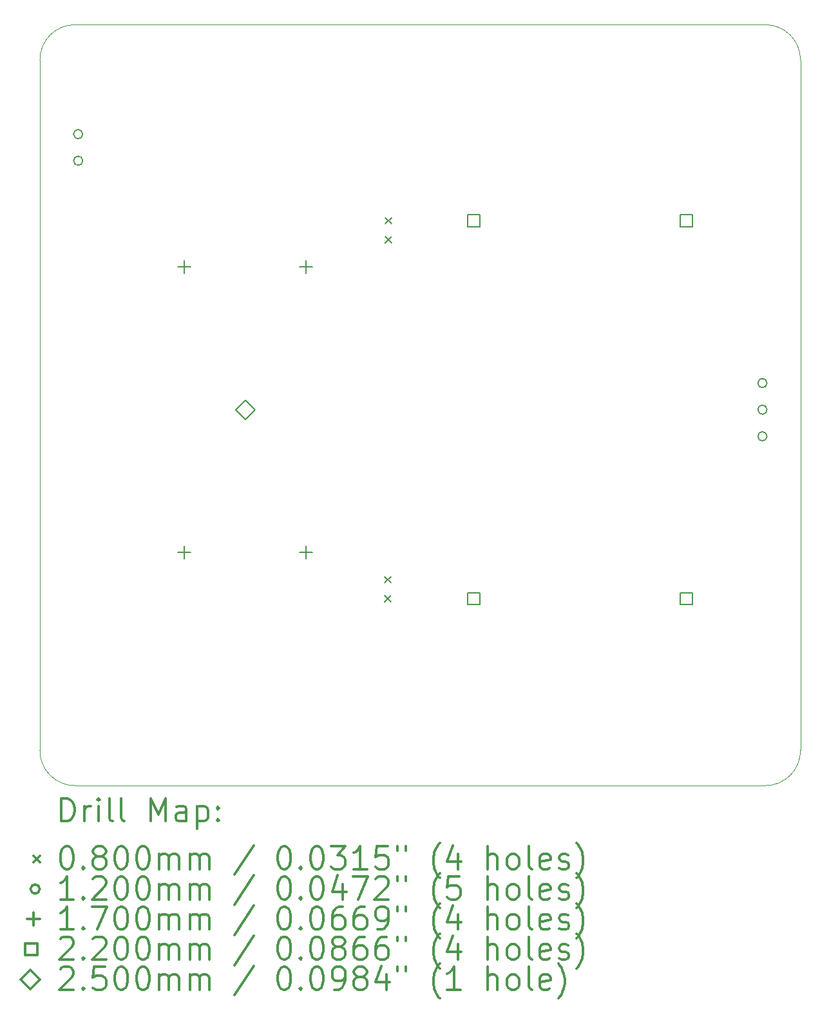
<source format=gbr>
%FSLAX45Y45*%
G04 Gerber Fmt 4.5, Leading zero omitted, Abs format (unit mm)*
G04 Created by KiCad (PCBNEW (5.1.10-1-10_14)) date 2021-09-10 00:03:38*
%MOMM*%
%LPD*%
G01*
G04 APERTURE LIST*
%TA.AperFunction,Profile*%
%ADD10C,0.050000*%
%TD*%
%ADD11C,0.200000*%
%ADD12C,0.300000*%
G04 APERTURE END LIST*
D10*
X20154900Y-14770100D02*
G75*
G02*
X19692620Y-15232380I-462280J0D01*
G01*
X10619740Y-15232380D02*
G75*
G02*
X10157460Y-14770100I0J462280D01*
G01*
X10157460Y-5697220D02*
G75*
G02*
X10619740Y-5234940I462280J0D01*
G01*
X19692620Y-5234940D02*
G75*
G02*
X20154900Y-5697220I0J-462280D01*
G01*
X10619740Y-15232380D02*
X19692620Y-15232380D01*
X10157460Y-5697220D02*
X10157460Y-14770100D01*
X19692620Y-5234940D02*
X10619740Y-5234940D01*
X20154900Y-14770100D02*
X20154900Y-5697220D01*
D11*
X14692000Y-12486200D02*
X14772000Y-12566200D01*
X14772000Y-12486200D02*
X14692000Y-12566200D01*
X14692000Y-12736200D02*
X14772000Y-12816200D01*
X14772000Y-12736200D02*
X14692000Y-12816200D01*
X14697080Y-7770500D02*
X14777080Y-7850500D01*
X14777080Y-7770500D02*
X14697080Y-7850500D01*
X14697080Y-8020500D02*
X14777080Y-8100500D01*
X14777080Y-8020500D02*
X14697080Y-8100500D01*
X10720380Y-6672580D02*
G75*
G03*
X10720380Y-6672580I-60000J0D01*
G01*
X10720380Y-7022580D02*
G75*
G03*
X10720380Y-7022580I-60000J0D01*
G01*
X19714520Y-9943350D02*
G75*
G03*
X19714520Y-9943350I-60000J0D01*
G01*
X19714520Y-10293350D02*
G75*
G03*
X19714520Y-10293350I-60000J0D01*
G01*
X19714520Y-10643350D02*
G75*
G03*
X19714520Y-10643350I-60000J0D01*
G01*
X12057480Y-8333350D02*
X12057480Y-8503350D01*
X11972480Y-8418350D02*
X12142480Y-8418350D01*
X12057480Y-12083350D02*
X12057480Y-12253350D01*
X11972480Y-12168350D02*
X12142480Y-12168350D01*
X13657480Y-8333350D02*
X13657480Y-8503350D01*
X13572480Y-8418350D02*
X13742480Y-8418350D01*
X13657480Y-12083350D02*
X13657480Y-12253350D01*
X13572480Y-12168350D02*
X13742480Y-12168350D01*
X15937542Y-7888282D02*
X15937542Y-7732717D01*
X15781977Y-7732717D01*
X15781977Y-7888282D01*
X15937542Y-7888282D01*
X15937542Y-12853982D02*
X15937542Y-12698417D01*
X15781977Y-12698417D01*
X15781977Y-12853982D01*
X15937542Y-12853982D01*
X18731543Y-7888282D02*
X18731543Y-7732717D01*
X18575978Y-7732717D01*
X18575978Y-7888282D01*
X18731543Y-7888282D01*
X18731543Y-12853982D02*
X18731543Y-12698417D01*
X18575978Y-12698417D01*
X18575978Y-12853982D01*
X18731543Y-12853982D01*
X12857480Y-10418350D02*
X12982480Y-10293350D01*
X12857480Y-10168350D01*
X12732480Y-10293350D01*
X12857480Y-10418350D01*
D12*
X10441388Y-15700594D02*
X10441388Y-15400594D01*
X10512817Y-15400594D01*
X10555674Y-15414880D01*
X10584246Y-15443451D01*
X10598531Y-15472023D01*
X10612817Y-15529166D01*
X10612817Y-15572023D01*
X10598531Y-15629166D01*
X10584246Y-15657737D01*
X10555674Y-15686309D01*
X10512817Y-15700594D01*
X10441388Y-15700594D01*
X10741388Y-15700594D02*
X10741388Y-15500594D01*
X10741388Y-15557737D02*
X10755674Y-15529166D01*
X10769960Y-15514880D01*
X10798531Y-15500594D01*
X10827103Y-15500594D01*
X10927103Y-15700594D02*
X10927103Y-15500594D01*
X10927103Y-15400594D02*
X10912817Y-15414880D01*
X10927103Y-15429166D01*
X10941388Y-15414880D01*
X10927103Y-15400594D01*
X10927103Y-15429166D01*
X11112817Y-15700594D02*
X11084246Y-15686309D01*
X11069960Y-15657737D01*
X11069960Y-15400594D01*
X11269960Y-15700594D02*
X11241388Y-15686309D01*
X11227103Y-15657737D01*
X11227103Y-15400594D01*
X11612817Y-15700594D02*
X11612817Y-15400594D01*
X11712817Y-15614880D01*
X11812817Y-15400594D01*
X11812817Y-15700594D01*
X12084246Y-15700594D02*
X12084246Y-15543451D01*
X12069960Y-15514880D01*
X12041388Y-15500594D01*
X11984246Y-15500594D01*
X11955674Y-15514880D01*
X12084246Y-15686309D02*
X12055674Y-15700594D01*
X11984246Y-15700594D01*
X11955674Y-15686309D01*
X11941388Y-15657737D01*
X11941388Y-15629166D01*
X11955674Y-15600594D01*
X11984246Y-15586309D01*
X12055674Y-15586309D01*
X12084246Y-15572023D01*
X12227103Y-15500594D02*
X12227103Y-15800594D01*
X12227103Y-15514880D02*
X12255674Y-15500594D01*
X12312817Y-15500594D01*
X12341388Y-15514880D01*
X12355674Y-15529166D01*
X12369960Y-15557737D01*
X12369960Y-15643451D01*
X12355674Y-15672023D01*
X12341388Y-15686309D01*
X12312817Y-15700594D01*
X12255674Y-15700594D01*
X12227103Y-15686309D01*
X12498531Y-15672023D02*
X12512817Y-15686309D01*
X12498531Y-15700594D01*
X12484246Y-15686309D01*
X12498531Y-15672023D01*
X12498531Y-15700594D01*
X12498531Y-15514880D02*
X12512817Y-15529166D01*
X12498531Y-15543451D01*
X12484246Y-15529166D01*
X12498531Y-15514880D01*
X12498531Y-15543451D01*
X10074960Y-16154880D02*
X10154960Y-16234880D01*
X10154960Y-16154880D02*
X10074960Y-16234880D01*
X10498531Y-16030594D02*
X10527103Y-16030594D01*
X10555674Y-16044880D01*
X10569960Y-16059166D01*
X10584246Y-16087737D01*
X10598531Y-16144880D01*
X10598531Y-16216309D01*
X10584246Y-16273451D01*
X10569960Y-16302023D01*
X10555674Y-16316309D01*
X10527103Y-16330594D01*
X10498531Y-16330594D01*
X10469960Y-16316309D01*
X10455674Y-16302023D01*
X10441388Y-16273451D01*
X10427103Y-16216309D01*
X10427103Y-16144880D01*
X10441388Y-16087737D01*
X10455674Y-16059166D01*
X10469960Y-16044880D01*
X10498531Y-16030594D01*
X10727103Y-16302023D02*
X10741388Y-16316309D01*
X10727103Y-16330594D01*
X10712817Y-16316309D01*
X10727103Y-16302023D01*
X10727103Y-16330594D01*
X10912817Y-16159166D02*
X10884246Y-16144880D01*
X10869960Y-16130594D01*
X10855674Y-16102023D01*
X10855674Y-16087737D01*
X10869960Y-16059166D01*
X10884246Y-16044880D01*
X10912817Y-16030594D01*
X10969960Y-16030594D01*
X10998531Y-16044880D01*
X11012817Y-16059166D01*
X11027103Y-16087737D01*
X11027103Y-16102023D01*
X11012817Y-16130594D01*
X10998531Y-16144880D01*
X10969960Y-16159166D01*
X10912817Y-16159166D01*
X10884246Y-16173451D01*
X10869960Y-16187737D01*
X10855674Y-16216309D01*
X10855674Y-16273451D01*
X10869960Y-16302023D01*
X10884246Y-16316309D01*
X10912817Y-16330594D01*
X10969960Y-16330594D01*
X10998531Y-16316309D01*
X11012817Y-16302023D01*
X11027103Y-16273451D01*
X11027103Y-16216309D01*
X11012817Y-16187737D01*
X10998531Y-16173451D01*
X10969960Y-16159166D01*
X11212817Y-16030594D02*
X11241388Y-16030594D01*
X11269960Y-16044880D01*
X11284246Y-16059166D01*
X11298531Y-16087737D01*
X11312817Y-16144880D01*
X11312817Y-16216309D01*
X11298531Y-16273451D01*
X11284246Y-16302023D01*
X11269960Y-16316309D01*
X11241388Y-16330594D01*
X11212817Y-16330594D01*
X11184246Y-16316309D01*
X11169960Y-16302023D01*
X11155674Y-16273451D01*
X11141388Y-16216309D01*
X11141388Y-16144880D01*
X11155674Y-16087737D01*
X11169960Y-16059166D01*
X11184246Y-16044880D01*
X11212817Y-16030594D01*
X11498531Y-16030594D02*
X11527103Y-16030594D01*
X11555674Y-16044880D01*
X11569960Y-16059166D01*
X11584246Y-16087737D01*
X11598531Y-16144880D01*
X11598531Y-16216309D01*
X11584246Y-16273451D01*
X11569960Y-16302023D01*
X11555674Y-16316309D01*
X11527103Y-16330594D01*
X11498531Y-16330594D01*
X11469960Y-16316309D01*
X11455674Y-16302023D01*
X11441388Y-16273451D01*
X11427103Y-16216309D01*
X11427103Y-16144880D01*
X11441388Y-16087737D01*
X11455674Y-16059166D01*
X11469960Y-16044880D01*
X11498531Y-16030594D01*
X11727103Y-16330594D02*
X11727103Y-16130594D01*
X11727103Y-16159166D02*
X11741388Y-16144880D01*
X11769960Y-16130594D01*
X11812817Y-16130594D01*
X11841388Y-16144880D01*
X11855674Y-16173451D01*
X11855674Y-16330594D01*
X11855674Y-16173451D02*
X11869960Y-16144880D01*
X11898531Y-16130594D01*
X11941388Y-16130594D01*
X11969960Y-16144880D01*
X11984246Y-16173451D01*
X11984246Y-16330594D01*
X12127103Y-16330594D02*
X12127103Y-16130594D01*
X12127103Y-16159166D02*
X12141388Y-16144880D01*
X12169960Y-16130594D01*
X12212817Y-16130594D01*
X12241388Y-16144880D01*
X12255674Y-16173451D01*
X12255674Y-16330594D01*
X12255674Y-16173451D02*
X12269960Y-16144880D01*
X12298531Y-16130594D01*
X12341388Y-16130594D01*
X12369960Y-16144880D01*
X12384246Y-16173451D01*
X12384246Y-16330594D01*
X12969960Y-16016309D02*
X12712817Y-16402023D01*
X13355674Y-16030594D02*
X13384246Y-16030594D01*
X13412817Y-16044880D01*
X13427103Y-16059166D01*
X13441388Y-16087737D01*
X13455674Y-16144880D01*
X13455674Y-16216309D01*
X13441388Y-16273451D01*
X13427103Y-16302023D01*
X13412817Y-16316309D01*
X13384246Y-16330594D01*
X13355674Y-16330594D01*
X13327103Y-16316309D01*
X13312817Y-16302023D01*
X13298531Y-16273451D01*
X13284246Y-16216309D01*
X13284246Y-16144880D01*
X13298531Y-16087737D01*
X13312817Y-16059166D01*
X13327103Y-16044880D01*
X13355674Y-16030594D01*
X13584246Y-16302023D02*
X13598531Y-16316309D01*
X13584246Y-16330594D01*
X13569960Y-16316309D01*
X13584246Y-16302023D01*
X13584246Y-16330594D01*
X13784246Y-16030594D02*
X13812817Y-16030594D01*
X13841388Y-16044880D01*
X13855674Y-16059166D01*
X13869960Y-16087737D01*
X13884246Y-16144880D01*
X13884246Y-16216309D01*
X13869960Y-16273451D01*
X13855674Y-16302023D01*
X13841388Y-16316309D01*
X13812817Y-16330594D01*
X13784246Y-16330594D01*
X13755674Y-16316309D01*
X13741388Y-16302023D01*
X13727103Y-16273451D01*
X13712817Y-16216309D01*
X13712817Y-16144880D01*
X13727103Y-16087737D01*
X13741388Y-16059166D01*
X13755674Y-16044880D01*
X13784246Y-16030594D01*
X13984246Y-16030594D02*
X14169960Y-16030594D01*
X14069960Y-16144880D01*
X14112817Y-16144880D01*
X14141388Y-16159166D01*
X14155674Y-16173451D01*
X14169960Y-16202023D01*
X14169960Y-16273451D01*
X14155674Y-16302023D01*
X14141388Y-16316309D01*
X14112817Y-16330594D01*
X14027103Y-16330594D01*
X13998531Y-16316309D01*
X13984246Y-16302023D01*
X14455674Y-16330594D02*
X14284246Y-16330594D01*
X14369960Y-16330594D02*
X14369960Y-16030594D01*
X14341388Y-16073451D01*
X14312817Y-16102023D01*
X14284246Y-16116309D01*
X14727103Y-16030594D02*
X14584246Y-16030594D01*
X14569960Y-16173451D01*
X14584246Y-16159166D01*
X14612817Y-16144880D01*
X14684246Y-16144880D01*
X14712817Y-16159166D01*
X14727103Y-16173451D01*
X14741388Y-16202023D01*
X14741388Y-16273451D01*
X14727103Y-16302023D01*
X14712817Y-16316309D01*
X14684246Y-16330594D01*
X14612817Y-16330594D01*
X14584246Y-16316309D01*
X14569960Y-16302023D01*
X14855674Y-16030594D02*
X14855674Y-16087737D01*
X14969960Y-16030594D02*
X14969960Y-16087737D01*
X15412817Y-16444880D02*
X15398531Y-16430594D01*
X15369960Y-16387737D01*
X15355674Y-16359166D01*
X15341388Y-16316309D01*
X15327103Y-16244880D01*
X15327103Y-16187737D01*
X15341388Y-16116309D01*
X15355674Y-16073451D01*
X15369960Y-16044880D01*
X15398531Y-16002023D01*
X15412817Y-15987737D01*
X15655674Y-16130594D02*
X15655674Y-16330594D01*
X15584246Y-16016309D02*
X15512817Y-16230594D01*
X15698531Y-16230594D01*
X16041388Y-16330594D02*
X16041388Y-16030594D01*
X16169960Y-16330594D02*
X16169960Y-16173451D01*
X16155674Y-16144880D01*
X16127103Y-16130594D01*
X16084246Y-16130594D01*
X16055674Y-16144880D01*
X16041388Y-16159166D01*
X16355674Y-16330594D02*
X16327103Y-16316309D01*
X16312817Y-16302023D01*
X16298531Y-16273451D01*
X16298531Y-16187737D01*
X16312817Y-16159166D01*
X16327103Y-16144880D01*
X16355674Y-16130594D01*
X16398531Y-16130594D01*
X16427103Y-16144880D01*
X16441388Y-16159166D01*
X16455674Y-16187737D01*
X16455674Y-16273451D01*
X16441388Y-16302023D01*
X16427103Y-16316309D01*
X16398531Y-16330594D01*
X16355674Y-16330594D01*
X16627103Y-16330594D02*
X16598531Y-16316309D01*
X16584246Y-16287737D01*
X16584246Y-16030594D01*
X16855674Y-16316309D02*
X16827103Y-16330594D01*
X16769960Y-16330594D01*
X16741388Y-16316309D01*
X16727103Y-16287737D01*
X16727103Y-16173451D01*
X16741388Y-16144880D01*
X16769960Y-16130594D01*
X16827103Y-16130594D01*
X16855674Y-16144880D01*
X16869960Y-16173451D01*
X16869960Y-16202023D01*
X16727103Y-16230594D01*
X16984246Y-16316309D02*
X17012817Y-16330594D01*
X17069960Y-16330594D01*
X17098531Y-16316309D01*
X17112817Y-16287737D01*
X17112817Y-16273451D01*
X17098531Y-16244880D01*
X17069960Y-16230594D01*
X17027103Y-16230594D01*
X16998531Y-16216309D01*
X16984246Y-16187737D01*
X16984246Y-16173451D01*
X16998531Y-16144880D01*
X17027103Y-16130594D01*
X17069960Y-16130594D01*
X17098531Y-16144880D01*
X17212817Y-16444880D02*
X17227103Y-16430594D01*
X17255674Y-16387737D01*
X17269960Y-16359166D01*
X17284246Y-16316309D01*
X17298531Y-16244880D01*
X17298531Y-16187737D01*
X17284246Y-16116309D01*
X17269960Y-16073451D01*
X17255674Y-16044880D01*
X17227103Y-16002023D01*
X17212817Y-15987737D01*
X10154960Y-16590880D02*
G75*
G03*
X10154960Y-16590880I-60000J0D01*
G01*
X10598531Y-16726594D02*
X10427103Y-16726594D01*
X10512817Y-16726594D02*
X10512817Y-16426594D01*
X10484246Y-16469451D01*
X10455674Y-16498023D01*
X10427103Y-16512309D01*
X10727103Y-16698023D02*
X10741388Y-16712309D01*
X10727103Y-16726594D01*
X10712817Y-16712309D01*
X10727103Y-16698023D01*
X10727103Y-16726594D01*
X10855674Y-16455166D02*
X10869960Y-16440880D01*
X10898531Y-16426594D01*
X10969960Y-16426594D01*
X10998531Y-16440880D01*
X11012817Y-16455166D01*
X11027103Y-16483737D01*
X11027103Y-16512309D01*
X11012817Y-16555166D01*
X10841388Y-16726594D01*
X11027103Y-16726594D01*
X11212817Y-16426594D02*
X11241388Y-16426594D01*
X11269960Y-16440880D01*
X11284246Y-16455166D01*
X11298531Y-16483737D01*
X11312817Y-16540880D01*
X11312817Y-16612309D01*
X11298531Y-16669451D01*
X11284246Y-16698023D01*
X11269960Y-16712309D01*
X11241388Y-16726594D01*
X11212817Y-16726594D01*
X11184246Y-16712309D01*
X11169960Y-16698023D01*
X11155674Y-16669451D01*
X11141388Y-16612309D01*
X11141388Y-16540880D01*
X11155674Y-16483737D01*
X11169960Y-16455166D01*
X11184246Y-16440880D01*
X11212817Y-16426594D01*
X11498531Y-16426594D02*
X11527103Y-16426594D01*
X11555674Y-16440880D01*
X11569960Y-16455166D01*
X11584246Y-16483737D01*
X11598531Y-16540880D01*
X11598531Y-16612309D01*
X11584246Y-16669451D01*
X11569960Y-16698023D01*
X11555674Y-16712309D01*
X11527103Y-16726594D01*
X11498531Y-16726594D01*
X11469960Y-16712309D01*
X11455674Y-16698023D01*
X11441388Y-16669451D01*
X11427103Y-16612309D01*
X11427103Y-16540880D01*
X11441388Y-16483737D01*
X11455674Y-16455166D01*
X11469960Y-16440880D01*
X11498531Y-16426594D01*
X11727103Y-16726594D02*
X11727103Y-16526594D01*
X11727103Y-16555166D02*
X11741388Y-16540880D01*
X11769960Y-16526594D01*
X11812817Y-16526594D01*
X11841388Y-16540880D01*
X11855674Y-16569451D01*
X11855674Y-16726594D01*
X11855674Y-16569451D02*
X11869960Y-16540880D01*
X11898531Y-16526594D01*
X11941388Y-16526594D01*
X11969960Y-16540880D01*
X11984246Y-16569451D01*
X11984246Y-16726594D01*
X12127103Y-16726594D02*
X12127103Y-16526594D01*
X12127103Y-16555166D02*
X12141388Y-16540880D01*
X12169960Y-16526594D01*
X12212817Y-16526594D01*
X12241388Y-16540880D01*
X12255674Y-16569451D01*
X12255674Y-16726594D01*
X12255674Y-16569451D02*
X12269960Y-16540880D01*
X12298531Y-16526594D01*
X12341388Y-16526594D01*
X12369960Y-16540880D01*
X12384246Y-16569451D01*
X12384246Y-16726594D01*
X12969960Y-16412309D02*
X12712817Y-16798023D01*
X13355674Y-16426594D02*
X13384246Y-16426594D01*
X13412817Y-16440880D01*
X13427103Y-16455166D01*
X13441388Y-16483737D01*
X13455674Y-16540880D01*
X13455674Y-16612309D01*
X13441388Y-16669451D01*
X13427103Y-16698023D01*
X13412817Y-16712309D01*
X13384246Y-16726594D01*
X13355674Y-16726594D01*
X13327103Y-16712309D01*
X13312817Y-16698023D01*
X13298531Y-16669451D01*
X13284246Y-16612309D01*
X13284246Y-16540880D01*
X13298531Y-16483737D01*
X13312817Y-16455166D01*
X13327103Y-16440880D01*
X13355674Y-16426594D01*
X13584246Y-16698023D02*
X13598531Y-16712309D01*
X13584246Y-16726594D01*
X13569960Y-16712309D01*
X13584246Y-16698023D01*
X13584246Y-16726594D01*
X13784246Y-16426594D02*
X13812817Y-16426594D01*
X13841388Y-16440880D01*
X13855674Y-16455166D01*
X13869960Y-16483737D01*
X13884246Y-16540880D01*
X13884246Y-16612309D01*
X13869960Y-16669451D01*
X13855674Y-16698023D01*
X13841388Y-16712309D01*
X13812817Y-16726594D01*
X13784246Y-16726594D01*
X13755674Y-16712309D01*
X13741388Y-16698023D01*
X13727103Y-16669451D01*
X13712817Y-16612309D01*
X13712817Y-16540880D01*
X13727103Y-16483737D01*
X13741388Y-16455166D01*
X13755674Y-16440880D01*
X13784246Y-16426594D01*
X14141388Y-16526594D02*
X14141388Y-16726594D01*
X14069960Y-16412309D02*
X13998531Y-16626594D01*
X14184246Y-16626594D01*
X14269960Y-16426594D02*
X14469960Y-16426594D01*
X14341388Y-16726594D01*
X14569960Y-16455166D02*
X14584246Y-16440880D01*
X14612817Y-16426594D01*
X14684246Y-16426594D01*
X14712817Y-16440880D01*
X14727103Y-16455166D01*
X14741388Y-16483737D01*
X14741388Y-16512309D01*
X14727103Y-16555166D01*
X14555674Y-16726594D01*
X14741388Y-16726594D01*
X14855674Y-16426594D02*
X14855674Y-16483737D01*
X14969960Y-16426594D02*
X14969960Y-16483737D01*
X15412817Y-16840880D02*
X15398531Y-16826594D01*
X15369960Y-16783737D01*
X15355674Y-16755166D01*
X15341388Y-16712309D01*
X15327103Y-16640880D01*
X15327103Y-16583737D01*
X15341388Y-16512309D01*
X15355674Y-16469451D01*
X15369960Y-16440880D01*
X15398531Y-16398023D01*
X15412817Y-16383737D01*
X15669960Y-16426594D02*
X15527103Y-16426594D01*
X15512817Y-16569451D01*
X15527103Y-16555166D01*
X15555674Y-16540880D01*
X15627103Y-16540880D01*
X15655674Y-16555166D01*
X15669960Y-16569451D01*
X15684246Y-16598023D01*
X15684246Y-16669451D01*
X15669960Y-16698023D01*
X15655674Y-16712309D01*
X15627103Y-16726594D01*
X15555674Y-16726594D01*
X15527103Y-16712309D01*
X15512817Y-16698023D01*
X16041388Y-16726594D02*
X16041388Y-16426594D01*
X16169960Y-16726594D02*
X16169960Y-16569451D01*
X16155674Y-16540880D01*
X16127103Y-16526594D01*
X16084246Y-16526594D01*
X16055674Y-16540880D01*
X16041388Y-16555166D01*
X16355674Y-16726594D02*
X16327103Y-16712309D01*
X16312817Y-16698023D01*
X16298531Y-16669451D01*
X16298531Y-16583737D01*
X16312817Y-16555166D01*
X16327103Y-16540880D01*
X16355674Y-16526594D01*
X16398531Y-16526594D01*
X16427103Y-16540880D01*
X16441388Y-16555166D01*
X16455674Y-16583737D01*
X16455674Y-16669451D01*
X16441388Y-16698023D01*
X16427103Y-16712309D01*
X16398531Y-16726594D01*
X16355674Y-16726594D01*
X16627103Y-16726594D02*
X16598531Y-16712309D01*
X16584246Y-16683737D01*
X16584246Y-16426594D01*
X16855674Y-16712309D02*
X16827103Y-16726594D01*
X16769960Y-16726594D01*
X16741388Y-16712309D01*
X16727103Y-16683737D01*
X16727103Y-16569451D01*
X16741388Y-16540880D01*
X16769960Y-16526594D01*
X16827103Y-16526594D01*
X16855674Y-16540880D01*
X16869960Y-16569451D01*
X16869960Y-16598023D01*
X16727103Y-16626594D01*
X16984246Y-16712309D02*
X17012817Y-16726594D01*
X17069960Y-16726594D01*
X17098531Y-16712309D01*
X17112817Y-16683737D01*
X17112817Y-16669451D01*
X17098531Y-16640880D01*
X17069960Y-16626594D01*
X17027103Y-16626594D01*
X16998531Y-16612309D01*
X16984246Y-16583737D01*
X16984246Y-16569451D01*
X16998531Y-16540880D01*
X17027103Y-16526594D01*
X17069960Y-16526594D01*
X17098531Y-16540880D01*
X17212817Y-16840880D02*
X17227103Y-16826594D01*
X17255674Y-16783737D01*
X17269960Y-16755166D01*
X17284246Y-16712309D01*
X17298531Y-16640880D01*
X17298531Y-16583737D01*
X17284246Y-16512309D01*
X17269960Y-16469451D01*
X17255674Y-16440880D01*
X17227103Y-16398023D01*
X17212817Y-16383737D01*
X10069960Y-16901880D02*
X10069960Y-17071880D01*
X9984960Y-16986880D02*
X10154960Y-16986880D01*
X10598531Y-17122594D02*
X10427103Y-17122594D01*
X10512817Y-17122594D02*
X10512817Y-16822594D01*
X10484246Y-16865452D01*
X10455674Y-16894023D01*
X10427103Y-16908309D01*
X10727103Y-17094023D02*
X10741388Y-17108309D01*
X10727103Y-17122594D01*
X10712817Y-17108309D01*
X10727103Y-17094023D01*
X10727103Y-17122594D01*
X10841388Y-16822594D02*
X11041388Y-16822594D01*
X10912817Y-17122594D01*
X11212817Y-16822594D02*
X11241388Y-16822594D01*
X11269960Y-16836880D01*
X11284246Y-16851166D01*
X11298531Y-16879737D01*
X11312817Y-16936880D01*
X11312817Y-17008309D01*
X11298531Y-17065452D01*
X11284246Y-17094023D01*
X11269960Y-17108309D01*
X11241388Y-17122594D01*
X11212817Y-17122594D01*
X11184246Y-17108309D01*
X11169960Y-17094023D01*
X11155674Y-17065452D01*
X11141388Y-17008309D01*
X11141388Y-16936880D01*
X11155674Y-16879737D01*
X11169960Y-16851166D01*
X11184246Y-16836880D01*
X11212817Y-16822594D01*
X11498531Y-16822594D02*
X11527103Y-16822594D01*
X11555674Y-16836880D01*
X11569960Y-16851166D01*
X11584246Y-16879737D01*
X11598531Y-16936880D01*
X11598531Y-17008309D01*
X11584246Y-17065452D01*
X11569960Y-17094023D01*
X11555674Y-17108309D01*
X11527103Y-17122594D01*
X11498531Y-17122594D01*
X11469960Y-17108309D01*
X11455674Y-17094023D01*
X11441388Y-17065452D01*
X11427103Y-17008309D01*
X11427103Y-16936880D01*
X11441388Y-16879737D01*
X11455674Y-16851166D01*
X11469960Y-16836880D01*
X11498531Y-16822594D01*
X11727103Y-17122594D02*
X11727103Y-16922594D01*
X11727103Y-16951166D02*
X11741388Y-16936880D01*
X11769960Y-16922594D01*
X11812817Y-16922594D01*
X11841388Y-16936880D01*
X11855674Y-16965452D01*
X11855674Y-17122594D01*
X11855674Y-16965452D02*
X11869960Y-16936880D01*
X11898531Y-16922594D01*
X11941388Y-16922594D01*
X11969960Y-16936880D01*
X11984246Y-16965452D01*
X11984246Y-17122594D01*
X12127103Y-17122594D02*
X12127103Y-16922594D01*
X12127103Y-16951166D02*
X12141388Y-16936880D01*
X12169960Y-16922594D01*
X12212817Y-16922594D01*
X12241388Y-16936880D01*
X12255674Y-16965452D01*
X12255674Y-17122594D01*
X12255674Y-16965452D02*
X12269960Y-16936880D01*
X12298531Y-16922594D01*
X12341388Y-16922594D01*
X12369960Y-16936880D01*
X12384246Y-16965452D01*
X12384246Y-17122594D01*
X12969960Y-16808309D02*
X12712817Y-17194023D01*
X13355674Y-16822594D02*
X13384246Y-16822594D01*
X13412817Y-16836880D01*
X13427103Y-16851166D01*
X13441388Y-16879737D01*
X13455674Y-16936880D01*
X13455674Y-17008309D01*
X13441388Y-17065452D01*
X13427103Y-17094023D01*
X13412817Y-17108309D01*
X13384246Y-17122594D01*
X13355674Y-17122594D01*
X13327103Y-17108309D01*
X13312817Y-17094023D01*
X13298531Y-17065452D01*
X13284246Y-17008309D01*
X13284246Y-16936880D01*
X13298531Y-16879737D01*
X13312817Y-16851166D01*
X13327103Y-16836880D01*
X13355674Y-16822594D01*
X13584246Y-17094023D02*
X13598531Y-17108309D01*
X13584246Y-17122594D01*
X13569960Y-17108309D01*
X13584246Y-17094023D01*
X13584246Y-17122594D01*
X13784246Y-16822594D02*
X13812817Y-16822594D01*
X13841388Y-16836880D01*
X13855674Y-16851166D01*
X13869960Y-16879737D01*
X13884246Y-16936880D01*
X13884246Y-17008309D01*
X13869960Y-17065452D01*
X13855674Y-17094023D01*
X13841388Y-17108309D01*
X13812817Y-17122594D01*
X13784246Y-17122594D01*
X13755674Y-17108309D01*
X13741388Y-17094023D01*
X13727103Y-17065452D01*
X13712817Y-17008309D01*
X13712817Y-16936880D01*
X13727103Y-16879737D01*
X13741388Y-16851166D01*
X13755674Y-16836880D01*
X13784246Y-16822594D01*
X14141388Y-16822594D02*
X14084246Y-16822594D01*
X14055674Y-16836880D01*
X14041388Y-16851166D01*
X14012817Y-16894023D01*
X13998531Y-16951166D01*
X13998531Y-17065452D01*
X14012817Y-17094023D01*
X14027103Y-17108309D01*
X14055674Y-17122594D01*
X14112817Y-17122594D01*
X14141388Y-17108309D01*
X14155674Y-17094023D01*
X14169960Y-17065452D01*
X14169960Y-16994023D01*
X14155674Y-16965452D01*
X14141388Y-16951166D01*
X14112817Y-16936880D01*
X14055674Y-16936880D01*
X14027103Y-16951166D01*
X14012817Y-16965452D01*
X13998531Y-16994023D01*
X14427103Y-16822594D02*
X14369960Y-16822594D01*
X14341388Y-16836880D01*
X14327103Y-16851166D01*
X14298531Y-16894023D01*
X14284246Y-16951166D01*
X14284246Y-17065452D01*
X14298531Y-17094023D01*
X14312817Y-17108309D01*
X14341388Y-17122594D01*
X14398531Y-17122594D01*
X14427103Y-17108309D01*
X14441388Y-17094023D01*
X14455674Y-17065452D01*
X14455674Y-16994023D01*
X14441388Y-16965452D01*
X14427103Y-16951166D01*
X14398531Y-16936880D01*
X14341388Y-16936880D01*
X14312817Y-16951166D01*
X14298531Y-16965452D01*
X14284246Y-16994023D01*
X14598531Y-17122594D02*
X14655674Y-17122594D01*
X14684246Y-17108309D01*
X14698531Y-17094023D01*
X14727103Y-17051166D01*
X14741388Y-16994023D01*
X14741388Y-16879737D01*
X14727103Y-16851166D01*
X14712817Y-16836880D01*
X14684246Y-16822594D01*
X14627103Y-16822594D01*
X14598531Y-16836880D01*
X14584246Y-16851166D01*
X14569960Y-16879737D01*
X14569960Y-16951166D01*
X14584246Y-16979737D01*
X14598531Y-16994023D01*
X14627103Y-17008309D01*
X14684246Y-17008309D01*
X14712817Y-16994023D01*
X14727103Y-16979737D01*
X14741388Y-16951166D01*
X14855674Y-16822594D02*
X14855674Y-16879737D01*
X14969960Y-16822594D02*
X14969960Y-16879737D01*
X15412817Y-17236880D02*
X15398531Y-17222594D01*
X15369960Y-17179737D01*
X15355674Y-17151166D01*
X15341388Y-17108309D01*
X15327103Y-17036880D01*
X15327103Y-16979737D01*
X15341388Y-16908309D01*
X15355674Y-16865452D01*
X15369960Y-16836880D01*
X15398531Y-16794023D01*
X15412817Y-16779737D01*
X15655674Y-16922594D02*
X15655674Y-17122594D01*
X15584246Y-16808309D02*
X15512817Y-17022594D01*
X15698531Y-17022594D01*
X16041388Y-17122594D02*
X16041388Y-16822594D01*
X16169960Y-17122594D02*
X16169960Y-16965452D01*
X16155674Y-16936880D01*
X16127103Y-16922594D01*
X16084246Y-16922594D01*
X16055674Y-16936880D01*
X16041388Y-16951166D01*
X16355674Y-17122594D02*
X16327103Y-17108309D01*
X16312817Y-17094023D01*
X16298531Y-17065452D01*
X16298531Y-16979737D01*
X16312817Y-16951166D01*
X16327103Y-16936880D01*
X16355674Y-16922594D01*
X16398531Y-16922594D01*
X16427103Y-16936880D01*
X16441388Y-16951166D01*
X16455674Y-16979737D01*
X16455674Y-17065452D01*
X16441388Y-17094023D01*
X16427103Y-17108309D01*
X16398531Y-17122594D01*
X16355674Y-17122594D01*
X16627103Y-17122594D02*
X16598531Y-17108309D01*
X16584246Y-17079737D01*
X16584246Y-16822594D01*
X16855674Y-17108309D02*
X16827103Y-17122594D01*
X16769960Y-17122594D01*
X16741388Y-17108309D01*
X16727103Y-17079737D01*
X16727103Y-16965452D01*
X16741388Y-16936880D01*
X16769960Y-16922594D01*
X16827103Y-16922594D01*
X16855674Y-16936880D01*
X16869960Y-16965452D01*
X16869960Y-16994023D01*
X16727103Y-17022594D01*
X16984246Y-17108309D02*
X17012817Y-17122594D01*
X17069960Y-17122594D01*
X17098531Y-17108309D01*
X17112817Y-17079737D01*
X17112817Y-17065452D01*
X17098531Y-17036880D01*
X17069960Y-17022594D01*
X17027103Y-17022594D01*
X16998531Y-17008309D01*
X16984246Y-16979737D01*
X16984246Y-16965452D01*
X16998531Y-16936880D01*
X17027103Y-16922594D01*
X17069960Y-16922594D01*
X17098531Y-16936880D01*
X17212817Y-17236880D02*
X17227103Y-17222594D01*
X17255674Y-17179737D01*
X17269960Y-17151166D01*
X17284246Y-17108309D01*
X17298531Y-17036880D01*
X17298531Y-16979737D01*
X17284246Y-16908309D01*
X17269960Y-16865452D01*
X17255674Y-16836880D01*
X17227103Y-16794023D01*
X17212817Y-16779737D01*
X10122742Y-17460663D02*
X10122742Y-17305098D01*
X9967177Y-17305098D01*
X9967177Y-17460663D01*
X10122742Y-17460663D01*
X10427103Y-17247166D02*
X10441388Y-17232880D01*
X10469960Y-17218594D01*
X10541388Y-17218594D01*
X10569960Y-17232880D01*
X10584246Y-17247166D01*
X10598531Y-17275737D01*
X10598531Y-17304309D01*
X10584246Y-17347166D01*
X10412817Y-17518594D01*
X10598531Y-17518594D01*
X10727103Y-17490023D02*
X10741388Y-17504309D01*
X10727103Y-17518594D01*
X10712817Y-17504309D01*
X10727103Y-17490023D01*
X10727103Y-17518594D01*
X10855674Y-17247166D02*
X10869960Y-17232880D01*
X10898531Y-17218594D01*
X10969960Y-17218594D01*
X10998531Y-17232880D01*
X11012817Y-17247166D01*
X11027103Y-17275737D01*
X11027103Y-17304309D01*
X11012817Y-17347166D01*
X10841388Y-17518594D01*
X11027103Y-17518594D01*
X11212817Y-17218594D02*
X11241388Y-17218594D01*
X11269960Y-17232880D01*
X11284246Y-17247166D01*
X11298531Y-17275737D01*
X11312817Y-17332880D01*
X11312817Y-17404309D01*
X11298531Y-17461452D01*
X11284246Y-17490023D01*
X11269960Y-17504309D01*
X11241388Y-17518594D01*
X11212817Y-17518594D01*
X11184246Y-17504309D01*
X11169960Y-17490023D01*
X11155674Y-17461452D01*
X11141388Y-17404309D01*
X11141388Y-17332880D01*
X11155674Y-17275737D01*
X11169960Y-17247166D01*
X11184246Y-17232880D01*
X11212817Y-17218594D01*
X11498531Y-17218594D02*
X11527103Y-17218594D01*
X11555674Y-17232880D01*
X11569960Y-17247166D01*
X11584246Y-17275737D01*
X11598531Y-17332880D01*
X11598531Y-17404309D01*
X11584246Y-17461452D01*
X11569960Y-17490023D01*
X11555674Y-17504309D01*
X11527103Y-17518594D01*
X11498531Y-17518594D01*
X11469960Y-17504309D01*
X11455674Y-17490023D01*
X11441388Y-17461452D01*
X11427103Y-17404309D01*
X11427103Y-17332880D01*
X11441388Y-17275737D01*
X11455674Y-17247166D01*
X11469960Y-17232880D01*
X11498531Y-17218594D01*
X11727103Y-17518594D02*
X11727103Y-17318594D01*
X11727103Y-17347166D02*
X11741388Y-17332880D01*
X11769960Y-17318594D01*
X11812817Y-17318594D01*
X11841388Y-17332880D01*
X11855674Y-17361452D01*
X11855674Y-17518594D01*
X11855674Y-17361452D02*
X11869960Y-17332880D01*
X11898531Y-17318594D01*
X11941388Y-17318594D01*
X11969960Y-17332880D01*
X11984246Y-17361452D01*
X11984246Y-17518594D01*
X12127103Y-17518594D02*
X12127103Y-17318594D01*
X12127103Y-17347166D02*
X12141388Y-17332880D01*
X12169960Y-17318594D01*
X12212817Y-17318594D01*
X12241388Y-17332880D01*
X12255674Y-17361452D01*
X12255674Y-17518594D01*
X12255674Y-17361452D02*
X12269960Y-17332880D01*
X12298531Y-17318594D01*
X12341388Y-17318594D01*
X12369960Y-17332880D01*
X12384246Y-17361452D01*
X12384246Y-17518594D01*
X12969960Y-17204309D02*
X12712817Y-17590023D01*
X13355674Y-17218594D02*
X13384246Y-17218594D01*
X13412817Y-17232880D01*
X13427103Y-17247166D01*
X13441388Y-17275737D01*
X13455674Y-17332880D01*
X13455674Y-17404309D01*
X13441388Y-17461452D01*
X13427103Y-17490023D01*
X13412817Y-17504309D01*
X13384246Y-17518594D01*
X13355674Y-17518594D01*
X13327103Y-17504309D01*
X13312817Y-17490023D01*
X13298531Y-17461452D01*
X13284246Y-17404309D01*
X13284246Y-17332880D01*
X13298531Y-17275737D01*
X13312817Y-17247166D01*
X13327103Y-17232880D01*
X13355674Y-17218594D01*
X13584246Y-17490023D02*
X13598531Y-17504309D01*
X13584246Y-17518594D01*
X13569960Y-17504309D01*
X13584246Y-17490023D01*
X13584246Y-17518594D01*
X13784246Y-17218594D02*
X13812817Y-17218594D01*
X13841388Y-17232880D01*
X13855674Y-17247166D01*
X13869960Y-17275737D01*
X13884246Y-17332880D01*
X13884246Y-17404309D01*
X13869960Y-17461452D01*
X13855674Y-17490023D01*
X13841388Y-17504309D01*
X13812817Y-17518594D01*
X13784246Y-17518594D01*
X13755674Y-17504309D01*
X13741388Y-17490023D01*
X13727103Y-17461452D01*
X13712817Y-17404309D01*
X13712817Y-17332880D01*
X13727103Y-17275737D01*
X13741388Y-17247166D01*
X13755674Y-17232880D01*
X13784246Y-17218594D01*
X14055674Y-17347166D02*
X14027103Y-17332880D01*
X14012817Y-17318594D01*
X13998531Y-17290023D01*
X13998531Y-17275737D01*
X14012817Y-17247166D01*
X14027103Y-17232880D01*
X14055674Y-17218594D01*
X14112817Y-17218594D01*
X14141388Y-17232880D01*
X14155674Y-17247166D01*
X14169960Y-17275737D01*
X14169960Y-17290023D01*
X14155674Y-17318594D01*
X14141388Y-17332880D01*
X14112817Y-17347166D01*
X14055674Y-17347166D01*
X14027103Y-17361452D01*
X14012817Y-17375737D01*
X13998531Y-17404309D01*
X13998531Y-17461452D01*
X14012817Y-17490023D01*
X14027103Y-17504309D01*
X14055674Y-17518594D01*
X14112817Y-17518594D01*
X14141388Y-17504309D01*
X14155674Y-17490023D01*
X14169960Y-17461452D01*
X14169960Y-17404309D01*
X14155674Y-17375737D01*
X14141388Y-17361452D01*
X14112817Y-17347166D01*
X14427103Y-17218594D02*
X14369960Y-17218594D01*
X14341388Y-17232880D01*
X14327103Y-17247166D01*
X14298531Y-17290023D01*
X14284246Y-17347166D01*
X14284246Y-17461452D01*
X14298531Y-17490023D01*
X14312817Y-17504309D01*
X14341388Y-17518594D01*
X14398531Y-17518594D01*
X14427103Y-17504309D01*
X14441388Y-17490023D01*
X14455674Y-17461452D01*
X14455674Y-17390023D01*
X14441388Y-17361452D01*
X14427103Y-17347166D01*
X14398531Y-17332880D01*
X14341388Y-17332880D01*
X14312817Y-17347166D01*
X14298531Y-17361452D01*
X14284246Y-17390023D01*
X14712817Y-17218594D02*
X14655674Y-17218594D01*
X14627103Y-17232880D01*
X14612817Y-17247166D01*
X14584246Y-17290023D01*
X14569960Y-17347166D01*
X14569960Y-17461452D01*
X14584246Y-17490023D01*
X14598531Y-17504309D01*
X14627103Y-17518594D01*
X14684246Y-17518594D01*
X14712817Y-17504309D01*
X14727103Y-17490023D01*
X14741388Y-17461452D01*
X14741388Y-17390023D01*
X14727103Y-17361452D01*
X14712817Y-17347166D01*
X14684246Y-17332880D01*
X14627103Y-17332880D01*
X14598531Y-17347166D01*
X14584246Y-17361452D01*
X14569960Y-17390023D01*
X14855674Y-17218594D02*
X14855674Y-17275737D01*
X14969960Y-17218594D02*
X14969960Y-17275737D01*
X15412817Y-17632880D02*
X15398531Y-17618594D01*
X15369960Y-17575737D01*
X15355674Y-17547166D01*
X15341388Y-17504309D01*
X15327103Y-17432880D01*
X15327103Y-17375737D01*
X15341388Y-17304309D01*
X15355674Y-17261452D01*
X15369960Y-17232880D01*
X15398531Y-17190023D01*
X15412817Y-17175737D01*
X15655674Y-17318594D02*
X15655674Y-17518594D01*
X15584246Y-17204309D02*
X15512817Y-17418594D01*
X15698531Y-17418594D01*
X16041388Y-17518594D02*
X16041388Y-17218594D01*
X16169960Y-17518594D02*
X16169960Y-17361452D01*
X16155674Y-17332880D01*
X16127103Y-17318594D01*
X16084246Y-17318594D01*
X16055674Y-17332880D01*
X16041388Y-17347166D01*
X16355674Y-17518594D02*
X16327103Y-17504309D01*
X16312817Y-17490023D01*
X16298531Y-17461452D01*
X16298531Y-17375737D01*
X16312817Y-17347166D01*
X16327103Y-17332880D01*
X16355674Y-17318594D01*
X16398531Y-17318594D01*
X16427103Y-17332880D01*
X16441388Y-17347166D01*
X16455674Y-17375737D01*
X16455674Y-17461452D01*
X16441388Y-17490023D01*
X16427103Y-17504309D01*
X16398531Y-17518594D01*
X16355674Y-17518594D01*
X16627103Y-17518594D02*
X16598531Y-17504309D01*
X16584246Y-17475737D01*
X16584246Y-17218594D01*
X16855674Y-17504309D02*
X16827103Y-17518594D01*
X16769960Y-17518594D01*
X16741388Y-17504309D01*
X16727103Y-17475737D01*
X16727103Y-17361452D01*
X16741388Y-17332880D01*
X16769960Y-17318594D01*
X16827103Y-17318594D01*
X16855674Y-17332880D01*
X16869960Y-17361452D01*
X16869960Y-17390023D01*
X16727103Y-17418594D01*
X16984246Y-17504309D02*
X17012817Y-17518594D01*
X17069960Y-17518594D01*
X17098531Y-17504309D01*
X17112817Y-17475737D01*
X17112817Y-17461452D01*
X17098531Y-17432880D01*
X17069960Y-17418594D01*
X17027103Y-17418594D01*
X16998531Y-17404309D01*
X16984246Y-17375737D01*
X16984246Y-17361452D01*
X16998531Y-17332880D01*
X17027103Y-17318594D01*
X17069960Y-17318594D01*
X17098531Y-17332880D01*
X17212817Y-17632880D02*
X17227103Y-17618594D01*
X17255674Y-17575737D01*
X17269960Y-17547166D01*
X17284246Y-17504309D01*
X17298531Y-17432880D01*
X17298531Y-17375737D01*
X17284246Y-17304309D01*
X17269960Y-17261452D01*
X17255674Y-17232880D01*
X17227103Y-17190023D01*
X17212817Y-17175737D01*
X10029960Y-17903880D02*
X10154960Y-17778880D01*
X10029960Y-17653880D01*
X9904960Y-17778880D01*
X10029960Y-17903880D01*
X10427103Y-17643166D02*
X10441388Y-17628880D01*
X10469960Y-17614594D01*
X10541388Y-17614594D01*
X10569960Y-17628880D01*
X10584246Y-17643166D01*
X10598531Y-17671737D01*
X10598531Y-17700309D01*
X10584246Y-17743166D01*
X10412817Y-17914594D01*
X10598531Y-17914594D01*
X10727103Y-17886023D02*
X10741388Y-17900309D01*
X10727103Y-17914594D01*
X10712817Y-17900309D01*
X10727103Y-17886023D01*
X10727103Y-17914594D01*
X11012817Y-17614594D02*
X10869960Y-17614594D01*
X10855674Y-17757452D01*
X10869960Y-17743166D01*
X10898531Y-17728880D01*
X10969960Y-17728880D01*
X10998531Y-17743166D01*
X11012817Y-17757452D01*
X11027103Y-17786023D01*
X11027103Y-17857452D01*
X11012817Y-17886023D01*
X10998531Y-17900309D01*
X10969960Y-17914594D01*
X10898531Y-17914594D01*
X10869960Y-17900309D01*
X10855674Y-17886023D01*
X11212817Y-17614594D02*
X11241388Y-17614594D01*
X11269960Y-17628880D01*
X11284246Y-17643166D01*
X11298531Y-17671737D01*
X11312817Y-17728880D01*
X11312817Y-17800309D01*
X11298531Y-17857452D01*
X11284246Y-17886023D01*
X11269960Y-17900309D01*
X11241388Y-17914594D01*
X11212817Y-17914594D01*
X11184246Y-17900309D01*
X11169960Y-17886023D01*
X11155674Y-17857452D01*
X11141388Y-17800309D01*
X11141388Y-17728880D01*
X11155674Y-17671737D01*
X11169960Y-17643166D01*
X11184246Y-17628880D01*
X11212817Y-17614594D01*
X11498531Y-17614594D02*
X11527103Y-17614594D01*
X11555674Y-17628880D01*
X11569960Y-17643166D01*
X11584246Y-17671737D01*
X11598531Y-17728880D01*
X11598531Y-17800309D01*
X11584246Y-17857452D01*
X11569960Y-17886023D01*
X11555674Y-17900309D01*
X11527103Y-17914594D01*
X11498531Y-17914594D01*
X11469960Y-17900309D01*
X11455674Y-17886023D01*
X11441388Y-17857452D01*
X11427103Y-17800309D01*
X11427103Y-17728880D01*
X11441388Y-17671737D01*
X11455674Y-17643166D01*
X11469960Y-17628880D01*
X11498531Y-17614594D01*
X11727103Y-17914594D02*
X11727103Y-17714594D01*
X11727103Y-17743166D02*
X11741388Y-17728880D01*
X11769960Y-17714594D01*
X11812817Y-17714594D01*
X11841388Y-17728880D01*
X11855674Y-17757452D01*
X11855674Y-17914594D01*
X11855674Y-17757452D02*
X11869960Y-17728880D01*
X11898531Y-17714594D01*
X11941388Y-17714594D01*
X11969960Y-17728880D01*
X11984246Y-17757452D01*
X11984246Y-17914594D01*
X12127103Y-17914594D02*
X12127103Y-17714594D01*
X12127103Y-17743166D02*
X12141388Y-17728880D01*
X12169960Y-17714594D01*
X12212817Y-17714594D01*
X12241388Y-17728880D01*
X12255674Y-17757452D01*
X12255674Y-17914594D01*
X12255674Y-17757452D02*
X12269960Y-17728880D01*
X12298531Y-17714594D01*
X12341388Y-17714594D01*
X12369960Y-17728880D01*
X12384246Y-17757452D01*
X12384246Y-17914594D01*
X12969960Y-17600309D02*
X12712817Y-17986023D01*
X13355674Y-17614594D02*
X13384246Y-17614594D01*
X13412817Y-17628880D01*
X13427103Y-17643166D01*
X13441388Y-17671737D01*
X13455674Y-17728880D01*
X13455674Y-17800309D01*
X13441388Y-17857452D01*
X13427103Y-17886023D01*
X13412817Y-17900309D01*
X13384246Y-17914594D01*
X13355674Y-17914594D01*
X13327103Y-17900309D01*
X13312817Y-17886023D01*
X13298531Y-17857452D01*
X13284246Y-17800309D01*
X13284246Y-17728880D01*
X13298531Y-17671737D01*
X13312817Y-17643166D01*
X13327103Y-17628880D01*
X13355674Y-17614594D01*
X13584246Y-17886023D02*
X13598531Y-17900309D01*
X13584246Y-17914594D01*
X13569960Y-17900309D01*
X13584246Y-17886023D01*
X13584246Y-17914594D01*
X13784246Y-17614594D02*
X13812817Y-17614594D01*
X13841388Y-17628880D01*
X13855674Y-17643166D01*
X13869960Y-17671737D01*
X13884246Y-17728880D01*
X13884246Y-17800309D01*
X13869960Y-17857452D01*
X13855674Y-17886023D01*
X13841388Y-17900309D01*
X13812817Y-17914594D01*
X13784246Y-17914594D01*
X13755674Y-17900309D01*
X13741388Y-17886023D01*
X13727103Y-17857452D01*
X13712817Y-17800309D01*
X13712817Y-17728880D01*
X13727103Y-17671737D01*
X13741388Y-17643166D01*
X13755674Y-17628880D01*
X13784246Y-17614594D01*
X14027103Y-17914594D02*
X14084246Y-17914594D01*
X14112817Y-17900309D01*
X14127103Y-17886023D01*
X14155674Y-17843166D01*
X14169960Y-17786023D01*
X14169960Y-17671737D01*
X14155674Y-17643166D01*
X14141388Y-17628880D01*
X14112817Y-17614594D01*
X14055674Y-17614594D01*
X14027103Y-17628880D01*
X14012817Y-17643166D01*
X13998531Y-17671737D01*
X13998531Y-17743166D01*
X14012817Y-17771737D01*
X14027103Y-17786023D01*
X14055674Y-17800309D01*
X14112817Y-17800309D01*
X14141388Y-17786023D01*
X14155674Y-17771737D01*
X14169960Y-17743166D01*
X14341388Y-17743166D02*
X14312817Y-17728880D01*
X14298531Y-17714594D01*
X14284246Y-17686023D01*
X14284246Y-17671737D01*
X14298531Y-17643166D01*
X14312817Y-17628880D01*
X14341388Y-17614594D01*
X14398531Y-17614594D01*
X14427103Y-17628880D01*
X14441388Y-17643166D01*
X14455674Y-17671737D01*
X14455674Y-17686023D01*
X14441388Y-17714594D01*
X14427103Y-17728880D01*
X14398531Y-17743166D01*
X14341388Y-17743166D01*
X14312817Y-17757452D01*
X14298531Y-17771737D01*
X14284246Y-17800309D01*
X14284246Y-17857452D01*
X14298531Y-17886023D01*
X14312817Y-17900309D01*
X14341388Y-17914594D01*
X14398531Y-17914594D01*
X14427103Y-17900309D01*
X14441388Y-17886023D01*
X14455674Y-17857452D01*
X14455674Y-17800309D01*
X14441388Y-17771737D01*
X14427103Y-17757452D01*
X14398531Y-17743166D01*
X14712817Y-17714594D02*
X14712817Y-17914594D01*
X14641388Y-17600309D02*
X14569960Y-17814594D01*
X14755674Y-17814594D01*
X14855674Y-17614594D02*
X14855674Y-17671737D01*
X14969960Y-17614594D02*
X14969960Y-17671737D01*
X15412817Y-18028880D02*
X15398531Y-18014594D01*
X15369960Y-17971737D01*
X15355674Y-17943166D01*
X15341388Y-17900309D01*
X15327103Y-17828880D01*
X15327103Y-17771737D01*
X15341388Y-17700309D01*
X15355674Y-17657452D01*
X15369960Y-17628880D01*
X15398531Y-17586023D01*
X15412817Y-17571737D01*
X15684246Y-17914594D02*
X15512817Y-17914594D01*
X15598531Y-17914594D02*
X15598531Y-17614594D01*
X15569960Y-17657452D01*
X15541388Y-17686023D01*
X15512817Y-17700309D01*
X16041388Y-17914594D02*
X16041388Y-17614594D01*
X16169960Y-17914594D02*
X16169960Y-17757452D01*
X16155674Y-17728880D01*
X16127103Y-17714594D01*
X16084246Y-17714594D01*
X16055674Y-17728880D01*
X16041388Y-17743166D01*
X16355674Y-17914594D02*
X16327103Y-17900309D01*
X16312817Y-17886023D01*
X16298531Y-17857452D01*
X16298531Y-17771737D01*
X16312817Y-17743166D01*
X16327103Y-17728880D01*
X16355674Y-17714594D01*
X16398531Y-17714594D01*
X16427103Y-17728880D01*
X16441388Y-17743166D01*
X16455674Y-17771737D01*
X16455674Y-17857452D01*
X16441388Y-17886023D01*
X16427103Y-17900309D01*
X16398531Y-17914594D01*
X16355674Y-17914594D01*
X16627103Y-17914594D02*
X16598531Y-17900309D01*
X16584246Y-17871737D01*
X16584246Y-17614594D01*
X16855674Y-17900309D02*
X16827103Y-17914594D01*
X16769960Y-17914594D01*
X16741388Y-17900309D01*
X16727103Y-17871737D01*
X16727103Y-17757452D01*
X16741388Y-17728880D01*
X16769960Y-17714594D01*
X16827103Y-17714594D01*
X16855674Y-17728880D01*
X16869960Y-17757452D01*
X16869960Y-17786023D01*
X16727103Y-17814594D01*
X16969960Y-18028880D02*
X16984246Y-18014594D01*
X17012817Y-17971737D01*
X17027103Y-17943166D01*
X17041388Y-17900309D01*
X17055674Y-17828880D01*
X17055674Y-17771737D01*
X17041388Y-17700309D01*
X17027103Y-17657452D01*
X17012817Y-17628880D01*
X16984246Y-17586023D01*
X16969960Y-17571737D01*
M02*

</source>
